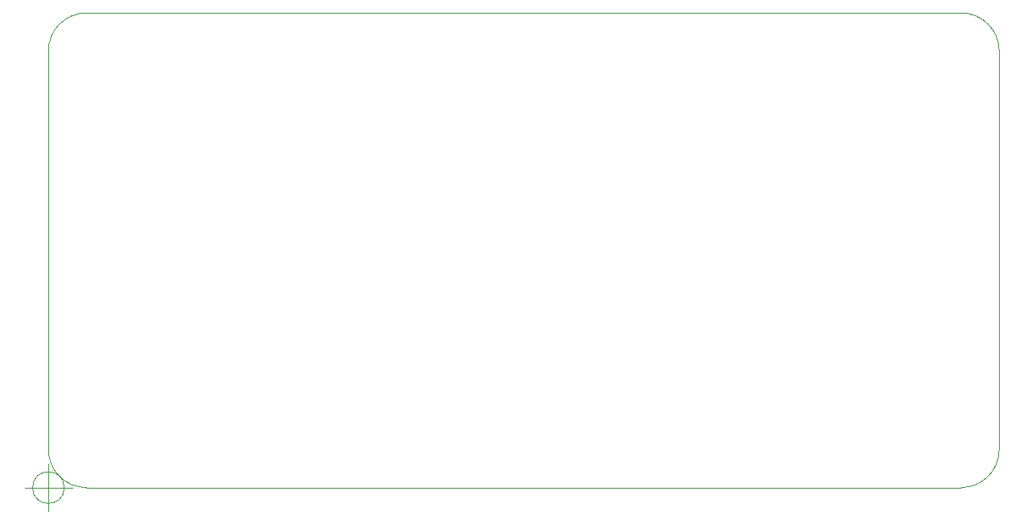
<source format=gm1>
G04 #@! TF.GenerationSoftware,KiCad,Pcbnew,5.1.9-73d0e3b20d~88~ubuntu20.04.1*
G04 #@! TF.CreationDate,2021-11-25T11:34:25+09:00*
G04 #@! TF.ProjectId,ES920LRB-ESP32,45533932-304c-4524-922d-45535033322e,v1.4*
G04 #@! TF.SameCoordinates,Original*
G04 #@! TF.FileFunction,Profile,NP*
%FSLAX46Y46*%
G04 Gerber Fmt 4.6, Leading zero omitted, Abs format (unit mm)*
G04 Created by KiCad (PCBNEW 5.1.9-73d0e3b20d~88~ubuntu20.04.1) date 2021-11-25 11:34:25*
%MOMM*%
%LPD*%
G01*
G04 APERTURE LIST*
G04 #@! TA.AperFunction,Profile*
%ADD10C,0.050000*%
G04 #@! TD*
G04 APERTURE END LIST*
D10*
X97000000Y-97000000D02*
G75*
G02*
X101000000Y-93000000I4000000J0D01*
G01*
X101000000Y-143000000D02*
G75*
G02*
X97000000Y-139000000I0J4000000D01*
G01*
X197000000Y-139000000D02*
G75*
G02*
X193000000Y-143000000I-4000000J0D01*
G01*
X193000000Y-93000000D02*
G75*
G02*
X197000000Y-97000000I0J-4000000D01*
G01*
X98666666Y-143000000D02*
G75*
G03*
X98666666Y-143000000I-1666666J0D01*
G01*
X94500000Y-143000000D02*
X99500000Y-143000000D01*
X97000000Y-140500000D02*
X97000000Y-145500000D01*
X193000000Y-93000000D02*
X101000000Y-93000000D01*
X197000000Y-139000000D02*
X197000000Y-97000000D01*
X101000000Y-143000000D02*
X193000000Y-143000000D01*
X97000000Y-97000000D02*
X97000000Y-139000000D01*
M02*

</source>
